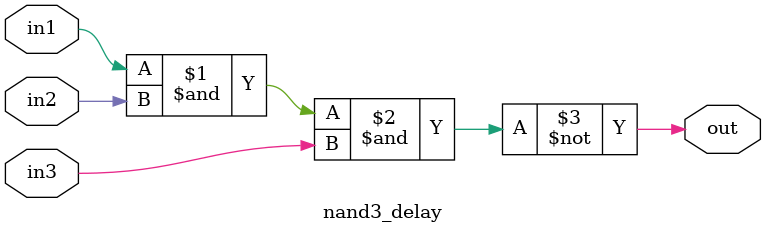
<source format=sv>
`timescale 1ns / 1ps

module nand3_delay ( 
	input logic in1,   // First input 
	input logic in2,   // Second input 
	input logic in3,   // third input 
	output logic out   // Output 
	); 

// Continuous assignment for XOR gate 
    assign #1.25ns out = ~(in1 & in2 & in3);  // Perform the XOR operation after the delay
	//assign y = ~(a & b & c);  // Perform the XOR operation after the delay
endmodule
</source>
